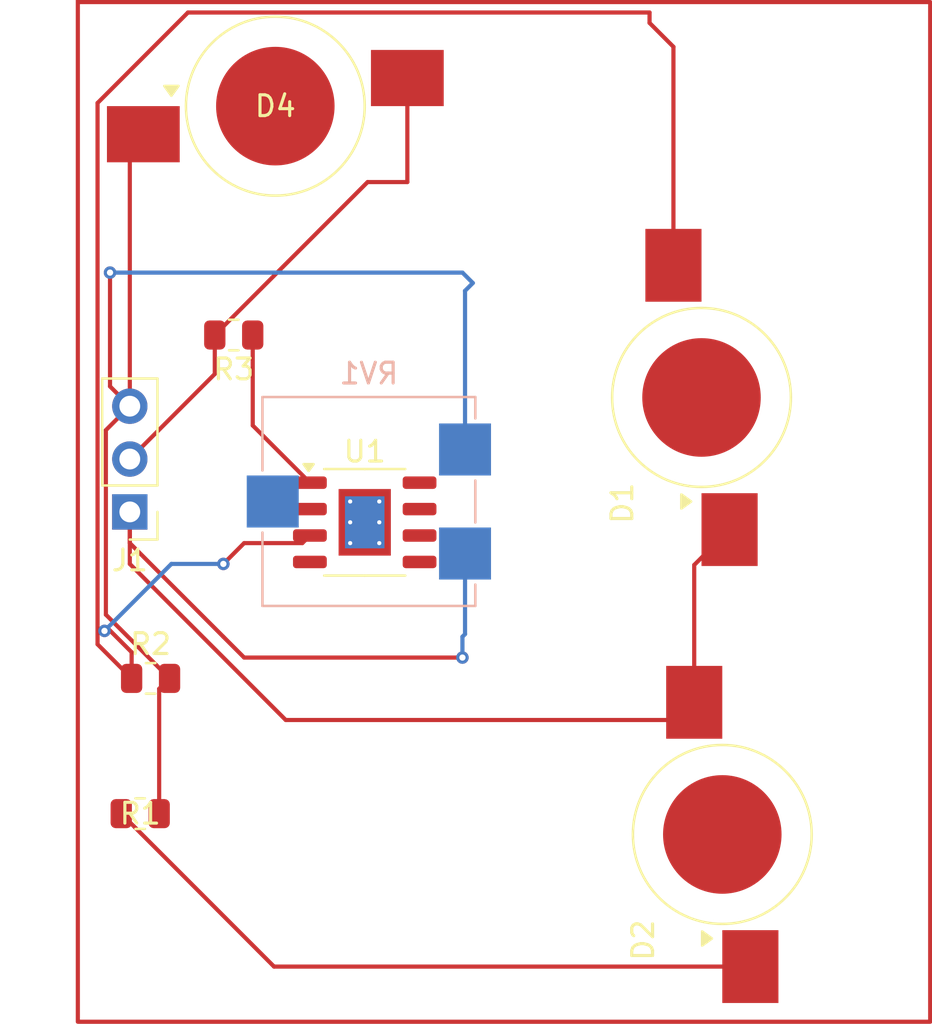
<source format=kicad_pcb>
(kicad_pcb (version 20241229) (generator "pcbnew") (generator_version "9.0")
  (layers (0 "F.Cu" signal) (2 "B.Cu" signal) (13 "F.Paste" user) (15 "B.Paste" user) (5 "F.SilkS" user "F.Silkscreen") (7 "B.SilkS" user "B.Silkscreen") (1 "F.Mask" user) (3 "B.Mask" user) (25 "Edge.Cuts" user))
  (net 0 "")
  (net 1 "Net-(D1-A)")
  (net 2 "+5V")
  (net 3 "Net-(D2-K)")
  (net 4 "Net-(D4-A)")
  (net 5 "GND")
  (net 6 "Net-(R3-Pad1)")
  (net 7 "Net-(U1A--)")
  (footprint "Package_SO:SOIC-8-1EP_3.9x4.9mm_P1.27mm_EP2.514x3.2mm_ThermalVias" (layer "F.Cu") (at 186.3 78)
    (property "Reference" "U1" (at 0 -3.4 0) (layer "F.SilkS"))
    (property "Value" "LM358")
    (fp_line (start 0 -2.56) (end -1.95 -2.56) (stroke (width 0.12)) (layer "F.SilkS"))
    (fp_line (start 0 -2.56) (end 1.95 -2.56) (stroke (width 0.12)) (layer "F.SilkS"))
    (fp_line (start 0 2.56) (end -1.95 2.56) (stroke (width 0.12)) (layer "F.SilkS"))
    (fp_line (start 0 2.56) (end 1.95 2.56) (stroke (width 0.12)) (layer "F.SilkS"))
    (fp_poly (pts (xy -2.7 -2.465) (xy -2.94 -2.795) (xy -2.46 -2.795) (xy -2.7 -2.465)) (stroke (width 0.12)) (fill yes) (layer "F.SilkS"))
    (pad "1" smd roundrect (at -2.6375 -1.905) (size 1.625 0.6) (layers "F.Cu" "F.Mask" "F.Paste") (net 6 "Net-(R3-Pad1)"))
    (pad "2" smd roundrect (at -2.6375 -0.635) (size 1.625 0.6) (layers "F.Cu" "F.Mask" "F.Paste") (net 7 "Net-(U1A--)"))
    (pad "3" smd roundrect (at -2.6375 0.635) (size 1.625 0.6) (layers "F.Cu" "F.Mask" "F.Paste") (net 1 "Net-(D1-A)"))
    (pad "4" smd roundrect (at -2.6375 1.905) (size 1.625 0.6) (layers "F.Cu" "F.Mask" "F.Paste"))
    (pad "5" smd roundrect (at 2.6375 1.905) (size 1.625 0.6) (layers "F.Cu" "F.Mask" "F.Paste"))
    (pad "6" smd roundrect (at 2.6375 0.635) (size 1.625 0.6) (layers "F.Cu" "F.Mask" "F.Paste"))
    (pad "7" smd roundrect (at 2.6375 -0.635) (size 1.625 0.6) (layers "F.Cu" "F.Mask" "F.Paste"))
    (pad "8" smd roundrect (at 2.6375 -1.905) (size 1.625 0.6) (layers "F.Cu" "F.Mask" "F.Paste"))
    (pad "9" thru_hole circle (at -0.7 -1) (size 0.5 0.5) (drill 0.2) (property pad_prop_heatsink) (layers "*.Cu"))
    (pad "9" thru_hole circle (at -0.7 0) (size 0.5 0.5) (drill 0.2) (property pad_prop_heatsink) (layers "*.Cu"))
    (pad "9" thru_hole circle (at -0.7 1) (size 0.5 0.5) (drill 0.2) (property pad_prop_heatsink) (layers "*.Cu"))
    (pad "9" smd rect (at 0 0) (size 1.9 2.5) (property pad_prop_heatsink) (layers "B.Cu"))
    (pad "9" smd rect (at 0 0) (size 2.514 3.2) (property pad_prop_heatsink) (layers "F.Cu" "F.Mask"))
    (pad "9" thru_hole circle (at 0.7 -1) (size 0.5 0.5) (drill 0.2) (property pad_prop_heatsink) (layers "*.Cu"))
    (pad "9" thru_hole circle (at 0.7 0) (size 0.5 0.5) (drill 0.2) (property pad_prop_heatsink) (layers "*.Cu"))
    (pad "9" thru_hole circle (at 0.7 1) (size 0.5 0.5) (drill 0.2) (property pad_prop_heatsink) (layers "*.Cu"))
  )
  (footprint "Connector_PinHeader_2.54mm:PinHeader_1x03_P2.54mm_Vertical" (layer "F.Cu") (at 175 77.5 180)
    (property "Reference" "J1" (at 0 -2.33 0) (layer "F.SilkS"))
    (property "Value" "Conn_01x03_Pin")
    (fp_line (start 1.33 1.27) (end 1.33 6.41) (stroke (width 0.12)) (layer "F.SilkS"))
    (fp_line (start -1.33 6.41) (end 1.33 6.41) (stroke (width 0.12)) (layer "F.SilkS"))
    (fp_line (start -1.33 1.27) (end 1.33 1.27) (stroke (width 0.12)) (layer "F.SilkS"))
    (fp_line (start -1.33 1.27) (end -1.33 6.41) (stroke (width 0.12)) (layer "F.SilkS"))
    (fp_line (start -1.33 0) (end -1.33 -1.33) (stroke (width 0.12)) (layer "F.SilkS"))
    (fp_line (start -1.33 -1.33) (end 0 -1.33) (stroke (width 0.12)) (layer "F.SilkS"))
    (pad "1" thru_hole rect (at 0 0 180) (size 1.7 1.7) (drill 1) (layers "*.Cu" "*.Mask") (net 2 "+5V"))
    (pad "2" thru_hole oval (at 0 2.54 180) (size 1.7 1.7) (drill 1) (layers "*.Cu" "*.Mask") (net 4 "Net-(D4-A)"))
    (pad "3" thru_hole oval (at 0 5.08 180) (size 1.7 1.7) (drill 1) (layers "*.Cu" "*.Mask") (net 5 "GND"))
  )
  (footprint "LED_SMD:LED_1W_3W_R8" (layer "F.Cu") (at 202.5 72 90)
    (property "Reference" "D1" (at -5.08 -3.81 90) (layer "F.SilkS"))
    (property "Value" "D_Photo")
    (fp_circle (center 0 0) (end -4.3 0) (stroke (width 0.12)) (fill no) (layer "F.SilkS"))
    (fp_poly (pts (xy -5 -0.5) (xy -5.34 -0.97) (xy -4.66 -0.97) (xy -5 -0.5)) (stroke (width 0.12)) (fill yes) (layer "F.SilkS"))
    (pad "1" smd rect (at -6.35 1.35 90) (size 3.5 2.7) (layers "F.Cu" "F.Mask" "F.Paste") (net 2 "+5V"))
    (pad "2" smd rect (at 6.35 -1.35 90) (size 3.5 2.7) (layers "F.Cu" "F.Mask" "F.Paste") (net 1 "Net-(D1-A)"))
    (pad "3" smd circle (at 0 0 90) (size 5.7 5.7) (layers "F.Cu" "F.Mask" "F.Paste"))
  )
  (footprint "Resistor_SMD:R_0805_2012Metric" (layer "F.Cu") (at 180 69 180)
    (property "Reference" "R3" (at 0 -1.65 0) (layer "F.SilkS"))
    (property "Value" "330")
    (fp_line (start -0.227064 0.735) (end 0.227064 0.735) (stroke (width 0.12)) (layer "F.SilkS"))
    (fp_line (start -0.227064 -0.735) (end 0.227064 -0.735) (stroke (width 0.12)) (layer "F.SilkS"))
    (pad "1" smd roundrect (at -0.9125 0 180) (size 1.025 1.4) (layers "F.Cu" "F.Mask" "F.Paste") (roundrect_rratio 0.243902) (net 6 "Net-(R3-Pad1)"))
    (pad "2" smd roundrect (at 0.9125 0 180) (size 1.025 1.4) (layers "F.Cu" "F.Mask" "F.Paste") (roundrect_rratio 0.243902) (net 4 "Net-(D4-A)"))
  )
  (footprint "LED_SMD:LED_1W_3W_R8" (layer "F.Cu") (at 182 58)
    (property "Reference" "D4" (at 0 0 0) (layer "F.SilkS"))
    (property "Value" "LED")
    (fp_circle (center 0 0) (end -4.3 0) (stroke (width 0.12)) (fill no) (layer "F.SilkS"))
    (fp_poly (pts (xy -5 -0.5) (xy -5.34 -0.97) (xy -4.66 -0.97) (xy -5 -0.5)) (stroke (width 0.12)) (fill yes) (layer "F.SilkS"))
    (pad "1" smd rect (at -6.35 1.35) (size 3.5 2.7) (layers "F.Cu" "F.Mask" "F.Paste") (net 5 "GND"))
    (pad "2" smd rect (at 6.35 -1.35) (size 3.5 2.7) (layers "F.Cu" "F.Mask" "F.Paste") (net 4 "Net-(D4-A)"))
    (pad "3" smd circle (at 0 0) (size 5.7 5.7) (layers "F.Cu" "F.Mask" "F.Paste"))
  )
  (footprint "Resistor_SMD:R_0805_2012Metric" (layer "F.Cu") (at 176 85.5)
    (property "Reference" "R2" (at 0 -1.65 0) (layer "F.SilkS"))
    (property "Value" "10000")
    (fp_line (start -0.227064 -0.735) (end 0.227064 -0.735) (stroke (width 0.12)) (layer "F.SilkS"))
    (fp_line (start -0.227064 0.735) (end 0.227064 0.735) (stroke (width 0.12)) (layer "F.SilkS"))
    (pad "1" smd roundrect (at -0.9125 0) (size 1.025 1.4) (layers "F.Cu" "F.Mask" "F.Paste") (roundrect_rratio 0.243902) (net 1 "Net-(D1-A)"))
    (pad "2" smd roundrect (at 0.9125 0) (size 1.025 1.4) (layers "F.Cu" "F.Mask" "F.Paste") (roundrect_rratio 0.243902) (net 5 "GND"))
  )
  (footprint "LED_SMD:LED_1W_3W_R8" (layer "F.Cu") (at 203.5 93 90)
    (property "Reference" "D2" (at -5.08 -3.81 90) (layer "F.SilkS"))
    (property "Value" "IR204A")
    (fp_circle (center 0 0) (end -4.3 0) (stroke (width 0.12)) (fill no) (layer "F.SilkS"))
    (fp_poly (pts (xy -5 -0.5) (xy -5.34 -0.97) (xy -4.66 -0.97) (xy -5 -0.5)) (stroke (width 0.12)) (fill yes) (layer "F.SilkS"))
    (pad "1" smd rect (at -6.35 1.35 90) (size 3.5 2.7) (layers "F.Cu" "F.Mask" "F.Paste") (net 3 "Net-(D2-K)"))
    (pad "2" smd rect (at 6.35 -1.35 90) (size 3.5 2.7) (layers "F.Cu" "F.Mask" "F.Paste") (net 2 "+5V"))
    (pad "3" smd circle (at 0 0 90) (size 5.7 5.7) (layers "F.Cu" "F.Mask" "F.Paste"))
  )
  (footprint "Resistor_SMD:R_0805_2012Metric" (layer "F.Cu") (at 175.5 92)
    (property "Reference" "R1" (at 0 0 0) (layer "F.SilkS"))
    (property "Value" "100")
    (fp_line (start -0.227064 -0.735) (end 0.227064 -0.735) (stroke (width 0.12)) (layer "F.SilkS"))
    (fp_line (start -0.227064 0.735) (end 0.227064 0.735) (stroke (width 0.12)) (layer "F.SilkS"))
    (pad "1" smd roundrect (at -0.9125 0) (size 1.025 1.4) (layers "F.Cu" "F.Mask" "F.Paste") (roundrect_rratio 0.243902) (net 3 "Net-(D2-K)"))
    (pad "2" smd roundrect (at 0.9125 0) (size 1.025 1.4) (layers "F.Cu" "F.Mask" "F.Paste") (roundrect_rratio 0.243902) (net 5 "GND"))
  )
  (footprint "Potentiometer_SMD:Potentiometer_ACP_CA9-VSMD_Vertical" (layer "B.Cu") (at 186.5 77 180)
    (property "Reference" "RV1" (at 0 6.15 0) (layer "B.SilkS") (effects (justify mirror)))
    (property "Value" "10000")
    (fp_line (start 5.12 5.021) (end 5.12 1.49) (stroke (width 0.12)) (layer "B.SilkS"))
    (fp_line (start 5.12 -1.49) (end 5.12 -5.02) (stroke (width 0.12)) (layer "B.SilkS"))
    (fp_line (start -5.12 5.021) (end 5.12 5.021) (stroke (width 0.12)) (layer "B.SilkS"))
    (fp_line (start -5.12 5.021) (end -5.12 3.991) (stroke (width 0.12)) (layer "B.SilkS"))
    (fp_line (start -5.12 1.009) (end -5.12 -1.01) (stroke (width 0.12)) (layer "B.SilkS"))
    (fp_line (start -5.12 -3.99) (end -5.12 -5.02) (stroke (width 0.12)) (layer "B.SilkS"))
    (fp_line (start -5.12 -5.02) (end 5.12 -5.02) (stroke (width 0.12)) (layer "B.SilkS"))
    (pad "1" smd rect (at -4.625 -2.5 180) (size 2.5 2.5) (layers "B.Cu" "B.Mask" "B.Paste") (net 2 "+5V"))
    (pad "2" smd rect (at 4.625 0 180) (size 2.5 2.5) (layers "B.Cu" "B.Mask" "B.Paste") (net 7 "Net-(U1A--)"))
    (pad "3" smd rect (at -4.625 2.5 180) (size 2.5 2.5) (layers "B.Cu" "B.Mask" "B.Paste") (net 5 "GND"))
  )
  (gr_rect (start 172.5 53) (end 213.5 102) (stroke (width 0.2)) (fill no) (layer "F.Cu"))
  (segment (start 175.0875 85.5) (end 175.0875 84.2421) (width 0.2) (layer "F.Cu") (net 1))
  (segment (start 177.798 53.5) (end 200 53.5) (width 0.2) (layer "F.Cu") (net 1))
  (segment (start 173.448 57.85) (end 177.798 53.5) (width 0.2) (layer "F.Cu") (net 1))
  (segment (start 179.5 80) (end 180.5 79) (width 0.2) (layer "F.Cu") (net 1))
  (segment (start 183.2975 79) (end 183.6625 78.635) (width 0.2) (layer "F.Cu") (net 1))
  (segment (start 173.448 83.8605) (end 173.448 57.85) (width 0.2) (layer "F.Cu") (net 1))
  (segment (start 200 53.5) (end 200 54) (width 0.2) (layer "F.Cu") (net 1))
  (segment (start 175.0875 85.5) (end 173.448 83.8605) (width 0.2) (layer "F.Cu") (net 1))
  (segment (start 180.5 79) (end 183.2975 79) (width 0.2) (layer "F.Cu") (net 1))
  (segment (start 201.15 55.15) (end 201.15 65.65) (width 0.2) (layer "F.Cu") (net 1))
  (segment (start 175.0875 84.2421) (end 173.9227 83.0773) (width 0.2) (layer "F.Cu") (net 1))
  (segment (start 173.9227 83.0773) (end 173.781985 83.218015) (width 0.2) (layer "F.Cu") (net 1))
  (segment (start 200 54) (end 201.15 55.15) (width 0.2) (layer "F.Cu") (net 1))
  (via (at 179.5 80) (size 0.6) (drill 0.3) (layers "F.Cu" "B.Cu") (net 1))
  (via (at 173.781985 83.218015) (size 0.6) (drill 0.3) (layers "F.Cu" "B.Cu") (net 1))
  (segment (start 173.781985 83.218015) (end 177 80) (width 0.2) (layer "B.Cu") (net 1))
  (segment (start 177 80) (end 179.5 80) (width 0.2) (layer "B.Cu") (net 1))
  (segment (start 182.5 87.5) (end 201.3 87.5) (width 0.2) (layer "F.Cu") (net 2))
  (segment (start 175 77.5) (end 175 79) (width 0.2) (layer "F.Cu") (net 2))
  (segment (start 180.5 84.5) (end 191 84.5) (width 0.2) (layer "F.Cu") (net 2))
  (segment (start 175 79) (end 179.5 83.5) (width 0.2) (layer "F.Cu") (net 2))
  (segment (start 202.15 80.05) (end 203.85 78.35) (width 0.2) (layer "F.Cu") (net 2))
  (segment (start 175 80) (end 182.5 87.5) (width 0.2) (layer "F.Cu") (net 2))
  (segment (start 201.3 87.5) (end 202.15 86.65) (width 0.2) (layer "F.Cu") (net 2))
  (segment (start 202.15 86.65) (end 202.15 80.05) (width 0.2) (layer "F.Cu") (net 2))
  (segment (start 175 77.5) (end 175 80) (width 0.2) (layer "F.Cu") (net 2))
  (segment (start 179.5 83.5) (end 180.5 84.5) (width 0.2) (layer "F.Cu") (net 2))
  (via (at 191 84.5) (size 0.6) (drill 0.3) (layers "F.Cu" "B.Cu") (net 2))
  (segment (start 191.125 83.375) (end 191.125 79.5) (width 0.2) (layer "B.Cu") (net 2))
  (segment (start 191 84.5) (end 191 83.5) (width 0.2) (layer "B.Cu") (net 2))
  (segment (start 191 83.5) (end 191.125 83.375) (width 0.2) (layer "B.Cu") (net 2))
  (segment (start 181.9375 99.35) (end 204.85 99.35) (width 0.2) (layer "F.Cu") (net 3))
  (segment (start 174.5875 92) (end 181.9375 99.35) (width 0.2) (layer "F.Cu") (net 3))
  (segment (start 179.0875 70.8725) (end 179.0875 69) (width 0.2) (layer "F.Cu") (net 4))
  (segment (start 179.0875 68.9525) (end 179.0875 69) (width 0.2) (layer "F.Cu") (net 4))
  (segment (start 186.4375 61.65) (end 188.35 61.65) (width 0.2) (layer "F.Cu") (net 4))
  (segment (start 179.0875 69) (end 186.4375 61.65) (width 0.2) (layer "F.Cu") (net 4))
  (segment (start 175 74.96) (end 179.0875 70.8725) (width 0.2) (layer "F.Cu") (net 4))
  (segment (start 179.0875 69) (end 179 69) (width 0.2) (layer "F.Cu") (net 4))
  (segment (start 188.35 61.65) (end 188.35 56.65) (width 0.2) (layer "F.Cu") (net 4))
  (segment (start 176.4125 86) (end 176.9125 85.5) (width 0.2) (layer "F.Cu") (net 5))
  (segment (start 175 60) (end 175.65 59.35) (width 0.2) (layer "F.Cu") (net 5))
  (segment (start 173.849 82.4365) (end 176.9125 85.5) (width 0.2) (layer "F.Cu") (net 5))
  (segment (start 173.849 73.571) (end 173.849 82.4365) (width 0.2) (layer "F.Cu") (net 5))
  (segment (start 175 72.42) (end 174.048 71.468) (width 0.2) (layer "F.Cu") (net 5))
  (segment (start 176.4125 92) (end 176.4125 86) (width 0.2) (layer "F.Cu") (net 5))
  (segment (start 175 72.42) (end 173.849 73.571) (width 0.2) (layer "F.Cu") (net 5))
  (segment (start 175 72.42) (end 175 60) (width 0.2) (layer "F.Cu") (net 5))
  (segment (start 174.048 71.468) (end 174.048 66) (width 0.2) (layer "F.Cu") (net 5))
  (via (at 174.048 66) (size 0.6) (drill 0.3) (layers "F.Cu" "B.Cu") (net 5))
  (segment (start 174.048 66) (end 191 66) (width 0.2) (layer "B.Cu") (net 5))
  (segment (start 191.125 66.875) (end 191.125 74.5) (width 0.2) (layer "B.Cu") (net 5))
  (segment (start 191 66) (end 191.5 66.5) (width 0.2) (layer "B.Cu") (net 5))
  (segment (start 191.5 66.5) (end 191.125 66.875) (width 0.2) (layer "B.Cu") (net 5))
  (segment (start 180.9125 69) (end 180.9125 73.345) (width 0.2) (layer "F.Cu") (net 6))
  (segment (start 180.9125 73.345) (end 183.6625 76.095) (width 0.2) (layer "F.Cu") (net 6))
)
</source>
